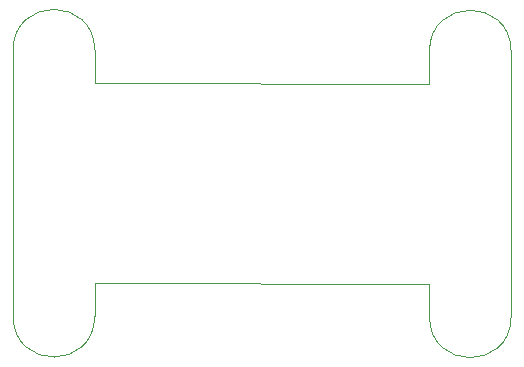
<source format=gbr>
%TF.GenerationSoftware,KiCad,Pcbnew,7.0.1*%
%TF.CreationDate,2023-04-26T12:17:49+02:00*%
%TF.ProjectId,L5988D_RPI_POWER_SUPPLY,4c353938-3844-45f5-9250-495f504f5745,rev?*%
%TF.SameCoordinates,Original*%
%TF.FileFunction,Profile,NP*%
%FSLAX46Y46*%
G04 Gerber Fmt 4.6, Leading zero omitted, Abs format (unit mm)*
G04 Created by KiCad (PCBNEW 7.0.1) date 2023-04-26 12:17:49*
%MOMM*%
%LPD*%
G01*
G04 APERTURE LIST*
%TA.AperFunction,Profile*%
%ADD10C,0.100000*%
%TD*%
G04 APERTURE END LIST*
D10*
X153771413Y-75565000D02*
X182118000Y-75641200D01*
X153771227Y-92506800D02*
X182118001Y-92557600D01*
X146862428Y-90627200D02*
X146862614Y-77444600D01*
X153771786Y-72771000D02*
X153771413Y-75565000D01*
X146862614Y-77444600D02*
X146862614Y-72720200D01*
X153771785Y-72771000D02*
G75*
G03*
X146862614Y-72720200I-3454772J2D01*
G01*
X146862427Y-95351600D02*
G75*
G03*
X153771600Y-95300800I3454400J50799D01*
G01*
X153771600Y-95300800D02*
X153771227Y-92506800D01*
X146862428Y-90627200D02*
X146862428Y-95351600D01*
X182117628Y-95351600D02*
X182118001Y-92557600D01*
X182117629Y-95351600D02*
G75*
G03*
X189026800Y-95402400I3454772J-1D01*
G01*
X182117627Y-72847200D02*
X182118000Y-75641200D01*
X189026799Y-72796400D02*
G75*
G03*
X182117627Y-72847200I-3454399J-50800D01*
G01*
X189026800Y-90678000D02*
X189026800Y-95402400D01*
X189026800Y-77470000D02*
X189026800Y-72796400D01*
X189026800Y-77470000D02*
X189026800Y-90678000D01*
M02*

</source>
